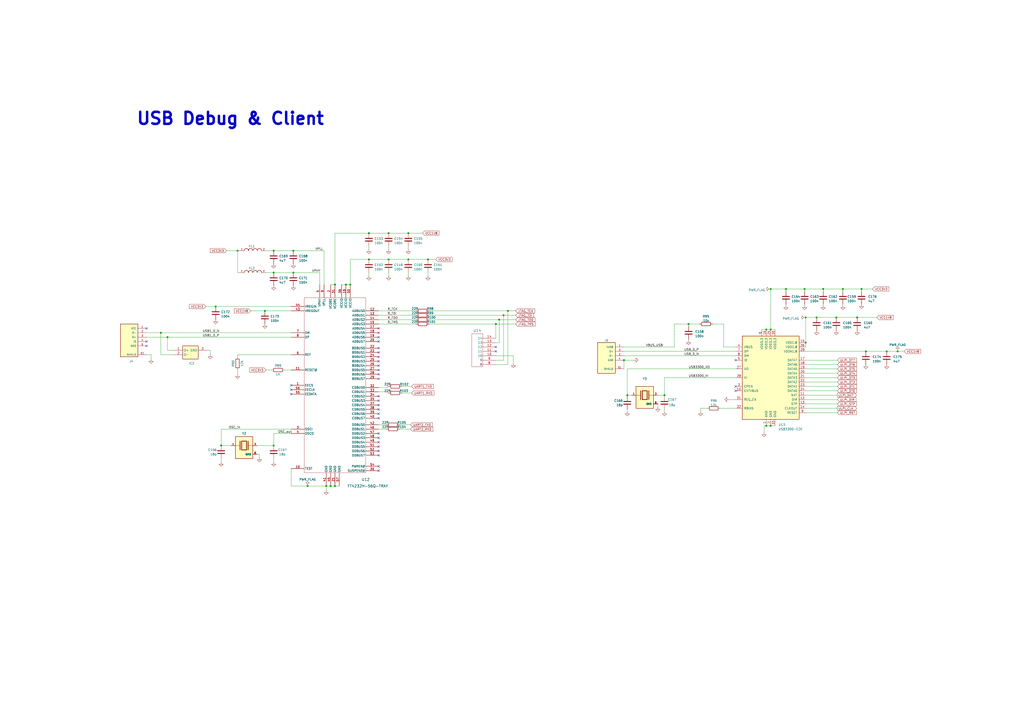
<source format=kicad_sch>
(kicad_sch (version 20230121) (generator eeschema)
  (paper "A2")
  (junction (at 467.36 184.15))
  (junction (at 194.31 281.94))
  (junction (at 97.155 195.58))
  (junction (at 502.285 203.835))
  (junction (at 203.2 165.1))
  (junction (at 287.655 187.96))
  (junction (at 178.435 281.94))
  (junction (at 488.95 167.64))
  (junction (at 213.995 150.495))
  (junction (at 520.7 203.835))
  (junction (at 499.745 167.64))
  (junction (at 158.75 145.415))
  (junction (at 213.995 135.255))
  (junction (at 170.18 145.415))
  (junction (at 225.425 135.255))
  (junction (at 289.56 185.42))
  (junction (at 137.795 145.415))
  (junction (at 467.36 198.755))
  (junction (at 447.04 247.015))
  (junction (at 455.93 167.64))
  (junction (at 194.31 165.1))
  (junction (at 158.75 258.445))
  (junction (at 447.04 167.64))
  (junction (at 444.5 191.135))
  (junction (at 158.75 158.115))
  (junction (at 128.27 258.445))
  (junction (at 292.1 182.88))
  (junction (at 153.67 180.34))
  (junction (at 170.18 158.115))
  (junction (at 385.445 229.235))
  (junction (at 477.52 167.64))
  (junction (at 200.66 165.1))
  (junction (at 93.345 193.04))
  (junction (at 444.5 247.015))
  (junction (at 466.725 167.64))
  (junction (at 236.855 150.495))
  (junction (at 125.095 177.8))
  (junction (at 363.855 229.235))
  (junction (at 248.285 150.495))
  (junction (at 473.71 184.15))
  (junction (at 399.415 187.96))
  (junction (at 294.64 180.34))
  (junction (at 236.855 135.255))
  (junction (at 514.35 203.835))
  (junction (at 485.14 184.15))
  (junction (at 497.205 184.15))
  (junction (at 225.425 150.495))
  (junction (at 447.04 191.135))
  (junction (at 191.77 281.94))
  (junction (at 361.95 208.915))
  (junction (at 189.23 281.94))
  (no_connect (at 219.71 207.01))
  (no_connect (at 219.71 229.87))
  (no_connect (at 287.655 203.835))
  (no_connect (at 219.71 217.17))
  (no_connect (at 219.71 195.58))
  (no_connect (at 219.71 261.62))
  (no_connect (at 219.71 240.03))
  (no_connect (at 168.91 226.06))
  (no_connect (at 219.71 259.08))
  (no_connect (at 219.71 234.95))
  (no_connect (at 219.71 273.05))
  (no_connect (at 426.72 226.695))
  (no_connect (at 85.09 198.12))
  (no_connect (at 219.71 237.49))
  (no_connect (at 85.09 190.5))
  (no_connect (at 426.72 208.915))
  (no_connect (at 219.71 219.71))
  (no_connect (at 426.72 224.155))
  (no_connect (at 219.71 232.41))
  (no_connect (at 168.91 228.6))
  (no_connect (at 219.71 256.54))
  (no_connect (at 219.71 270.51))
  (no_connect (at 219.71 214.63))
  (no_connect (at 168.91 223.52))
  (no_connect (at 219.71 242.57))
  (no_connect (at 219.71 264.16))
  (no_connect (at 219.71 198.12))
  (no_connect (at 219.71 201.93))
  (no_connect (at 219.71 204.47))
  (no_connect (at 219.71 209.55))
  (no_connect (at 287.655 201.295))
  (no_connect (at 85.09 200.66))
  (no_connect (at 219.71 193.04))
  (no_connect (at 219.71 190.5))
  (no_connect (at 219.71 212.09))
  (no_connect (at 219.71 254))
  (no_connect (at 219.71 251.46))
  (wire (pts (xy 467.36 234.315) (xy 485.775 234.315)))
  (wire (pts (xy 466.725 167.64) (xy 455.93 167.64)))
  (wire (pts (xy 363.855 213.995) (xy 363.855 229.235)))
  (wire (pts (xy 467.36 229.235) (xy 485.775 229.235)))
  (wire (pts (xy 185.42 158.115) (xy 185.42 165.1)))
  (wire (pts (xy 137.795 145.415) (xy 137.795 158.115)))
  (wire (pts (xy 236.855 135.255) (xy 245.11 135.255)))
  (wire (pts (xy 444.5 247.015) (xy 447.04 247.015)))
  (wire (pts (xy 477.52 167.64) (xy 488.95 167.64)))
  (wire (pts (xy 231.775 248.92) (xy 238.125 248.92)))
  (wire (pts (xy 488.95 168.91) (xy 488.95 167.64)))
  (wire (pts (xy 385.445 219.075) (xy 426.72 219.075)))
  (wire (pts (xy 165.1 214.63) (xy 168.91 214.63)))
  (wire (pts (xy 219.71 248.92) (xy 224.155 248.92)))
  (wire (pts (xy 189.23 281.94) (xy 189.23 284.48)))
  (wire (pts (xy 158.75 266.065) (xy 158.75 267.97)))
  (wire (pts (xy 121.92 205.74) (xy 121.92 203.2)))
  (wire (pts (xy 467.36 208.915) (xy 485.775 208.915)))
  (wire (pts (xy 287.655 187.96) (xy 299.085 187.96)))
  (wire (pts (xy 406.4 236.855) (xy 410.21 236.855)))
  (wire (pts (xy 224.79 227.33) (xy 219.71 227.33)))
  (wire (pts (xy 158.75 251.46) (xy 168.91 251.46)))
  (wire (pts (xy 219.71 182.88) (xy 241.3 182.88)))
  (wire (pts (xy 145.415 180.34) (xy 153.67 180.34)))
  (wire (pts (xy 361.95 203.835) (xy 426.72 203.835)))
  (wire (pts (xy 391.16 201.295) (xy 391.16 187.96)))
  (wire (pts (xy 198.12 165.1) (xy 200.66 165.1)))
  (wire (pts (xy 467.36 239.395) (xy 485.775 239.395)))
  (wire (pts (xy 391.16 187.96) (xy 399.415 187.96)))
  (wire (pts (xy 287.655 208.915) (xy 292.1 208.915)))
  (wire (pts (xy 466.725 176.53) (xy 466.725 177.165)))
  (wire (pts (xy 441.96 191.135) (xy 444.5 191.135)))
  (wire (pts (xy 191.77 281.94) (xy 194.31 281.94)))
  (wire (pts (xy 287.655 211.455) (xy 294.64 211.455)))
  (wire (pts (xy 292.1 182.88) (xy 299.085 182.88)))
  (wire (pts (xy 119.38 177.8) (xy 125.095 177.8)))
  (wire (pts (xy 231.775 246.38) (xy 238.125 246.38)))
  (wire (pts (xy 219.71 246.38) (xy 224.155 246.38)))
  (wire (pts (xy 467.36 203.835) (xy 502.285 203.835)))
  (wire (pts (xy 361.95 206.375) (xy 426.72 206.375)))
  (wire (pts (xy 203.2 150.495) (xy 203.2 165.1)))
  (wire (pts (xy 467.36 216.535) (xy 485.775 216.535)))
  (wire (pts (xy 499.745 167.64) (xy 506.095 167.64)))
  (wire (pts (xy 413.385 187.96) (xy 419.735 187.96)))
  (wire (pts (xy 363.855 229.87) (xy 363.855 229.235)))
  (wire (pts (xy 447.04 167.64) (xy 455.93 167.64)))
  (wire (pts (xy 85.09 195.58) (xy 97.155 195.58)))
  (wire (pts (xy 153.67 180.34) (xy 168.91 180.34)))
  (wire (pts (xy 385.445 238.76) (xy 385.445 237.49)))
  (wire (pts (xy 467.36 224.155) (xy 485.775 224.155)))
  (wire (pts (xy 361.95 208.915) (xy 361.95 213.995)))
  (wire (pts (xy 225.425 150.495) (xy 236.855 150.495)))
  (wire (pts (xy 399.415 187.96) (xy 405.765 187.96)))
  (wire (pts (xy 200.66 165.1) (xy 203.2 165.1)))
  (wire (pts (xy 213.995 142.875) (xy 213.995 144.78)))
  (wire (pts (xy 467.36 226.695) (xy 485.775 226.695)))
  (wire (pts (xy 213.995 135.255) (xy 225.425 135.255)))
  (wire (pts (xy 137.795 158.115) (xy 139.065 158.115)))
  (wire (pts (xy 467.36 184.15) (xy 473.71 184.15)))
  (wire (pts (xy 236.855 158.115) (xy 236.855 160.02)))
  (wire (pts (xy 520.7 203.835) (xy 514.35 203.835)))
  (wire (pts (xy 488.95 176.53) (xy 488.95 177.165)))
  (wire (pts (xy 125.095 177.8) (xy 168.91 177.8)))
  (wire (pts (xy 477.52 167.64) (xy 466.725 167.64)))
  (wire (pts (xy 128.27 266.065) (xy 128.27 267.97)))
  (wire (pts (xy 224.79 224.79) (xy 219.71 224.79)))
  (wire (pts (xy 447.04 191.135) (xy 449.58 191.135)))
  (wire (pts (xy 287.655 187.96) (xy 287.655 196.215)))
  (wire (pts (xy 248.92 185.42) (xy 289.56 185.42)))
  (wire (pts (xy 154.305 214.63) (xy 157.48 214.63)))
  (wire (pts (xy 248.285 158.115) (xy 248.285 160.02)))
  (wire (pts (xy 93.345 205.74) (xy 93.345 193.04)))
  (wire (pts (xy 292.1 208.915) (xy 292.1 182.88)))
  (wire (pts (xy 194.31 281.94) (xy 196.85 281.94)))
  (wire (pts (xy 93.345 193.04) (xy 168.91 193.04)))
  (wire (pts (xy 85.09 193.04) (xy 93.345 193.04)))
  (wire (pts (xy 502.285 203.835) (xy 514.35 203.835)))
  (wire (pts (xy 297.815 210.82) (xy 297.815 206.375)))
  (wire (pts (xy 85.09 205.74) (xy 87.63 205.74)))
  (wire (pts (xy 100.965 205.74) (xy 93.345 205.74)))
  (wire (pts (xy 289.56 198.755) (xy 289.56 185.42)))
  (wire (pts (xy 289.56 185.42) (xy 299.085 185.42)))
  (wire (pts (xy 213.995 150.495) (xy 225.425 150.495)))
  (wire (pts (xy 225.425 142.875) (xy 225.425 144.78)))
  (wire (pts (xy 467.36 184.15) (xy 467.36 198.755)))
  (wire (pts (xy 466.725 167.64) (xy 466.725 168.91)))
  (wire (pts (xy 477.52 168.91) (xy 477.52 167.64)))
  (wire (pts (xy 170.18 158.115) (xy 185.42 158.115)))
  (wire (pts (xy 361.95 208.915) (xy 367.665 208.915)))
  (wire (pts (xy 194.31 165.1) (xy 194.31 135.255)))
  (wire (pts (xy 149.225 263.525) (xy 150.495 263.525)))
  (wire (pts (xy 399.415 189.23) (xy 399.415 187.96)))
  (wire (pts (xy 154.305 145.415) (xy 158.75 145.415)))
  (wire (pts (xy 499.745 167.64) (xy 499.745 168.91)))
  (wire (pts (xy 158.75 145.415) (xy 170.18 145.415)))
  (wire (pts (xy 467.36 213.995) (xy 485.775 213.995)))
  (wire (pts (xy 419.735 201.295) (xy 426.72 201.295)))
  (wire (pts (xy 225.425 135.255) (xy 236.855 135.255)))
  (wire (pts (xy 224.79 224.155) (xy 224.79 224.79)))
  (wire (pts (xy 219.71 187.96) (xy 241.3 187.96)))
  (wire (pts (xy 189.23 281.94) (xy 191.77 281.94)))
  (wire (pts (xy 224.79 227.965) (xy 225.425 227.965)))
  (wire (pts (xy 158.75 158.115) (xy 170.18 158.115)))
  (wire (pts (xy 224.79 224.155) (xy 225.425 224.155)))
  (wire (pts (xy 121.92 203.2) (xy 120.015 203.2)))
  (wire (pts (xy 137.795 145.415) (xy 139.065 145.415)))
  (wire (pts (xy 233.045 224.155) (xy 238.76 224.155)))
  (wire (pts (xy 385.445 219.075) (xy 385.445 229.235)))
  (wire (pts (xy 97.155 195.58) (xy 168.91 195.58)))
  (wire (pts (xy 287.655 198.755) (xy 289.56 198.755)))
  (wire (pts (xy 158.75 258.445) (xy 158.75 251.46)))
  (wire (pts (xy 524.51 203.835) (xy 520.7 203.835)))
  (wire (pts (xy 455.93 167.64) (xy 455.93 168.91)))
  (wire (pts (xy 248.92 182.88) (xy 292.1 182.88)))
  (wire (pts (xy 363.855 213.995) (xy 426.72 213.995)))
  (wire (pts (xy 399.415 196.85) (xy 399.415 197.485)))
  (wire (pts (xy 236.855 150.495) (xy 248.285 150.495)))
  (wire (pts (xy 100.965 203.2) (xy 97.155 203.2)))
  (wire (pts (xy 455.93 176.53) (xy 455.93 177.165)))
  (wire (pts (xy 248.92 187.96) (xy 287.655 187.96)))
  (wire (pts (xy 363.855 229.235) (xy 366.395 229.235)))
  (wire (pts (xy 170.18 145.415) (xy 187.96 145.415)))
  (wire (pts (xy 467.36 231.775) (xy 485.775 231.775)))
  (wire (pts (xy 467.36 211.455) (xy 485.775 211.455)))
  (wire (pts (xy 248.92 180.34) (xy 294.64 180.34)))
  (wire (pts (xy 447.04 167.64) (xy 447.04 191.135)))
  (wire (pts (xy 236.855 142.875) (xy 236.855 144.78)))
  (wire (pts (xy 213.995 150.495) (xy 203.2 150.495)))
  (wire (pts (xy 508.635 184.15) (xy 497.205 184.15)))
  (wire (pts (xy 381.635 236.22) (xy 381.635 234.315)))
  (wire (pts (xy 87.63 205.74) (xy 87.63 208.28)))
  (wire (pts (xy 385.445 229.235) (xy 381.635 229.235)))
  (wire (pts (xy 447.04 247.015) (xy 449.58 247.015)))
  (wire (pts (xy 97.155 203.2) (xy 97.155 195.58)))
  (wire (pts (xy 191.77 165.1) (xy 194.31 165.1)))
  (wire (pts (xy 363.855 238.76) (xy 363.855 237.49)))
  (wire (pts (xy 294.64 211.455) (xy 294.64 180.34)))
  (wire (pts (xy 131.445 145.415) (xy 137.795 145.415)))
  (wire (pts (xy 128.27 258.445) (xy 128.27 248.92)))
  (wire (pts (xy 187.96 145.415) (xy 187.96 165.1)))
  (wire (pts (xy 168.91 281.94) (xy 178.435 281.94)))
  (wire (pts (xy 219.71 185.42) (xy 241.3 185.42)))
  (wire (pts (xy 488.95 167.64) (xy 499.745 167.64)))
  (wire (pts (xy 219.71 180.34) (xy 241.3 180.34)))
  (wire (pts (xy 128.27 258.445) (xy 133.985 258.445)))
  (wire (pts (xy 150.495 263.525) (xy 150.495 265.43)))
  (wire (pts (xy 137.795 214.63) (xy 137.795 217.17)))
  (wire (pts (xy 467.36 221.615) (xy 485.775 221.615)))
  (wire (pts (xy 168.91 205.74) (xy 137.795 205.74)))
  (wire (pts (xy 467.36 236.855) (xy 485.775 236.855)))
  (wire (pts (xy 168.91 271.78) (xy 168.91 281.94)))
  (wire (pts (xy 477.52 176.53) (xy 477.52 177.165)))
  (wire (pts (xy 417.83 236.855) (xy 426.72 236.855)))
  (wire (pts (xy 213.995 158.115) (xy 213.995 160.02)))
  (wire (pts (xy 224.79 227.965) (xy 224.79 227.33)))
  (wire (pts (xy 149.225 258.445) (xy 158.75 258.445)))
  (wire (pts (xy 467.36 198.755) (xy 467.36 201.295)))
  (wire (pts (xy 225.425 158.115) (xy 225.425 160.02)))
  (wire (pts (xy 297.815 206.375) (xy 287.655 206.375)))
  (wire (pts (xy 194.31 135.255) (xy 213.995 135.255)))
  (wire (pts (xy 137.795 205.74) (xy 137.795 207.01)))
  (wire (pts (xy 361.95 201.295) (xy 391.16 201.295)))
  (wire (pts (xy 419.735 187.96) (xy 419.735 201.295)))
  (wire (pts (xy 443.23 250.825) (xy 443.23 247.015)))
  (wire (pts (xy 178.435 281.94) (xy 189.23 281.94)))
  (wire (pts (xy 473.71 184.15) (xy 485.14 184.15)))
  (wire (pts (xy 154.305 158.115) (xy 158.75 158.115)))
  (wire (pts (xy 294.64 180.34) (xy 299.085 180.34)))
  (wire (pts (xy 233.045 227.965) (xy 238.76 227.965)))
  (wire (pts (xy 467.36 219.075) (xy 485.775 219.075)))
  (wire (pts (xy 128.27 248.92) (xy 168.91 248.92)))
  (wire (pts (xy 406.4 238.76) (xy 406.4 236.855)))
  (wire (pts (xy 444.5 191.135) (xy 447.04 191.135)))
  (wire (pts (xy 426.72 231.775) (xy 422.91 231.775)))
  (wire (pts (xy 485.14 184.15) (xy 497.205 184.15)))
  (wire (pts (xy 443.23 247.015) (xy 444.5 247.015)))
  (wire (pts (xy 248.285 150.495) (xy 252.73 150.495)))
  (wire (pts (xy 385.445 229.87) (xy 385.445 229.235)))
  (text "USB Debug & Client\n" (at 78.74 73.025 0) (effects (font (size 7 7) (thickness 1.4) bold) (justify left bottom)))
  (label "R_TMS" (at 224.79 187.96 0))
  (label "USB_D_P" (at 396.875 203.835 0))
  (label "R_TCK" (at 224.79 180.34 0))
  (label "USB1_D_P" (at 117.475 195.58 0))
  (label "USB_D_N" (at 396.875 206.375 0))
  (label "OSC_in" (at 132.715 248.92 0))
  (label "OSC_out" (at 161.29 251.46 0))
  (label "USB3300_XI" (at 399.415 219.075 0))
  (label "VPLL" (at 182.88 145.415 0))
  (label "VBUS_USB" (at 374.65 201.295 0))
  (label "VPHY" (at 180.975 158.115 0))
  (label "USB3300_XO" (at 399.415 213.995 0))
  (label "R_TDO" (at 224.79 185.42 0))
  (label "USB1_D_N" (at 117.475 193.04 0))
  (label "R_TDI" (at 224.79 182.88 0))
  (global_label "VCC3V3" (shape input) (at 506.095 167.64 0) (property "Intersheetrefs" "${INTERSHEET_REFS}" (effects hide)))
  (global_label "JTAG_TMS" (shape input) (at 299.085 187.96 0) (property "Intersheetrefs" "${INTERSHEET_REFS}" (effects hide)))
  (global_label "ULPI_DT0" (shape input) (at 485.775 226.695 0) (property "Intersheetrefs" "${INTERSHEET_REFS}" (effects hide)))
  (global_label "VCC3V3" (shape input) (at 119.38 177.8 180) (property "Intersheetrefs" "${INTERSHEET_REFS}" (effects hide)))
  (global_label "JTAG_TDO" (shape input) (at 299.085 185.42 0) (property "Intersheetrefs" "${INTERSHEET_REFS}" (effects hide)))
  (global_label "ULPI_DT3" (shape input) (at 485.775 219.075 0) (property "Intersheetrefs" "${INTERSHEET_REFS}" (effects hide)))
  (global_label "ULPI_DT2" (shape input) (at 485.775 221.615 0) (property "Intersheetrefs" "${INTERSHEET_REFS}" (effects hide)))
  (global_label "ULPI_NXT" (shape output) (at 485.775 229.235 0) (property "Intersheetrefs" "${INTERSHEET_REFS}" (effects hide)))
  (global_label "VCC3V3" (shape input) (at 154.305 214.63 180) (property "Intersheetrefs" "${INTERSHEET_REFS}" (effects hide)))
  (global_label "ULPI_DT7" (shape input) (at 485.775 208.915 0) (property "Intersheetrefs" "${INTERSHEET_REFS}" (effects hide)))
  (global_label "UART2_RXD" (shape input) (at 238.125 248.92 0) (property "Intersheetrefs" "${INTERSHEET_REFS}" (effects hide)))
  (global_label "ULPI_RST" (shape input) (at 485.775 239.395 0) (property "Intersheetrefs" "${INTERSHEET_REFS}" (effects hide)))
  (global_label "VCC3V3" (shape input) (at 131.445 145.415 180) (property "Intersheetrefs" "${INTERSHEET_REFS}" (effects hide)))
  (global_label "UART1_RXD" (shape input) (at 238.76 227.965 0) (property "Intersheetrefs" "${INTERSHEET_REFS}" (effects hide)))
  (global_label "ULPI_DT5" (shape input) (at 485.775 213.995 0) (property "Intersheetrefs" "${INTERSHEET_REFS}" (effects hide)))
  (global_label "JTAG_TCK" (shape input) (at 299.085 180.34 0) (property "Intersheetrefs" "${INTERSHEET_REFS}" (effects hide)))
  (global_label "JTAG_TDI" (shape input) (at 299.085 182.88 0) (property "Intersheetrefs" "${INTERSHEET_REFS}" (effects hide)))
  (global_label "ULPI_DT6" (shape input) (at 485.775 211.455 0) (property "Intersheetrefs" "${INTERSHEET_REFS}" (effects hide)))
  (global_label "VCC1V8" (shape input) (at 145.415 180.34 180) (property "Intersheetrefs" "${INTERSHEET_REFS}" (effects hide)))
  (global_label "VCC1V8" (shape input) (at 245.11 135.255 0) (property "Intersheetrefs" "${INTERSHEET_REFS}" (effects hide)))
  (global_label "ULPI_DT4" (shape input) (at 485.775 216.535 0) (property "Intersheetrefs" "${INTERSHEET_REFS}" (effects hide)))
  (global_label "UART2_TXD" (shape input) (at 238.125 246.38 0) (property "Intersheetrefs" "${INTERSHEET_REFS}" (effects hide)))
  (global_label "ULPI_CLK" (shape output) (at 485.775 236.855 0) (property "Intersheetrefs" "${INTERSHEET_REFS}" (effects hide)))
  (global_label "UART1_TXD" (shape input) (at 238.76 224.155 0) (property "Intersheetrefs" "${INTERSHEET_REFS}" (effects hide)))
  (global_label "VCC3V3" (shape input) (at 252.73 150.495 0) (property "Intersheetrefs" "${INTERSHEET_REFS}" (effects hide)))
  (global_label "ULPI_DIR" (shape input) (at 485.775 231.775 0) (property "Intersheetrefs" "${INTERSHEET_REFS}" (effects hide)))
  (global_label "ULPI_DT1" (shape input) (at 485.775 224.155 0) (property "Intersheetrefs" "${INTERSHEET_REFS}" (effects hide)))
  (global_label "VCC1V8" (shape input) (at 524.51 203.835 0) (property "Intersheetrefs" "${INTERSHEET_REFS}" (effects hide)))
  (global_label "VCC1V8" (shape input) (at 508.635 184.15 0) (property "Intersheetrefs" "${INTERSHEET_REFS}" (effects hide)))
  (global_label "ULPI_STP" (shape input) (at 485.775 234.315 0) (property "Intersheetrefs" "${INTERSHEET_REFS}" (effects hide)))
  (symbol (lib_id "Device:C") (at 153.67 184.15 0) (unit 1)
    (property "Reference" "C173" (at 156.845 183.515 0) (effects (justify left)))
    (property "Value" "100n" (at 156.845 186.055 0) (effects (justify left)))
    (property "Footprint" "GRM155R71C104KA88J:G-155_MUR" (effects hide))
  )
  (symbol (lib_id "Device:R") (at 229.235 224.155 90) (unit 1)
    (property "Reference" "R102" (at 234.4782 222.885 90))
    (property "Value" "22R" (at 224.79 222.885 90))
    (property "Footprint" "RC0402FR_0722RL:RC0402N_YAG" (effects hide))
  )
  (symbol (lib_id "Device:R") (at 227.965 246.38 90) (unit 1)
    (property "Reference" "R105" (at 233.045 245.11 90))
    (property "Value" "22R" (at 223.52 245.11 90))
    (property "Footprint" "RC0402FR_0722RL:RC0402N_YAG" (effects hide))
  )
  (symbol (lib_id "2024-06-16_17-37-40:FT4232H-56Q-TRAY") (at 168.91 177.8 0) (unit 1)
    (property "Reference" "U12" (at 212.09 278.13 0) (effects (font (size 1.524 1.524))))
    (property "Value" "FT4232H-56Q-TRAY" (at 213.36 281.94 0) (effects (font (size 1.524 1.524))))
    (property "Footprint" "FT4232H-56Q-TRAY:VQFN56_FTD" (effects hide))
    (property "Datasheet" "FT4232H-56Q-TRAY" (effects hide))
  )
  (symbol (lib_id "power:GND") (at 399.415 197.485 0) (mirror y) (unit 1)
    (property "Reference" "#PWR042" (effects hide))
    (property "Value" "GND" (effects hide))
    (instances (project "FPGA_dev_board" (path "" (reference "#PWR042") (unit 1)) (path "" (reference "#PWR050") (unit 1)) (path "" (reference "#PWR056") (unit 1)) (path "" (reference "#PWR0121") (unit 1))))
  )
  (symbol (lib_id "power:GND") (at 213.995 160.02 0) (mirror y) (unit 1)
    (property "Reference" "#PWR042" (effects hide))
    (property "Value" "GND" (effects hide))
    (instances (project "FPGA_dev_board" (path "" (reference "#PWR042") (unit 1)) (path "" (reference "#PWR050") (unit 1)) (path "" (reference "#PWR056") (unit 1)) (path "" (reference "#PWR0104") (unit 1))))
  )
  (symbol (lib_id "Device:R") (at 409.575 187.96 90) (unit 1)
    (property "Reference" "R95" (at 409.575 183.515 90))
    (property "Value" "10k" (at 409.575 186.055 90))
    (property "Footprint" "CR0402-FX-1002GLF:RESC1005X40N" (effects hide))
  )
  (symbol (lib_id "power:GND") (at 406.4 238.76 0) (mirror y) (unit 1)
    (property "Reference" "#PWR042" (effects hide))
    (property "Value" "GND" (effects hide))
    (instances (project "FPGA_dev_board" (path "" (reference "#PWR042") (unit 1)) (path "" (reference "#PWR050") (unit 1)) (path "" (reference "#PWR056") (unit 1)) (path "" (reference "#PWR0130") (unit 1))))
  )
  (symbol (lib_id "power:GND") (at 170.18 165.735 0) (mirror y) (unit 1)
    (property "Reference" "#PWR042" (effects hide))
    (property "Value" "GND" (effects hide))
    (instances (project "FPGA_dev_board" (path "" (reference "#PWR042") (unit 1)) (path "" (reference "#PWR050") (unit 1)) (path "" (reference "#PWR056") (unit 1)) (path "" (reference "#PWR0138") (unit 1))))
  )
  (symbol (lib_id "Device:C") (at 473.71 187.96 0) (unit 1)
    (property "Reference" "C161" (at 477.52 187.325 0) (effects (justify left)))
    (property "Value" "100n" (at 477.52 189.865 0) (effects (justify left)))
    (property "Footprint" "GRM155R71C104KA88J:G-155_MUR" (effects hide))
  )
  (symbol (lib_id "power:GND") (at 381.635 236.22 0) (mirror y) (unit 1)
    (property "Reference" "#PWR042" (effects hide))
    (property "Value" "GND" (effects hide))
    (instances (project "FPGA_dev_board" (path "" (reference "#PWR042") (unit 1)) (path "" (reference "#PWR050") (unit 1)) (path "" (reference "#PWR056") (unit 1)) (path "" (reference "#PWR0132") (unit 1))))
  )
  (symbol (lib_id "Device:C") (at 499.745 172.72 0) (unit 1)
    (property "Reference" "C176" (at 503.555 172.085 0) (effects (justify left)))
    (property "Value" "4u7" (at 503.555 174.625 0) (effects (justify left)))
    (property "Footprint" "GRM21BR71A475KE51L:CAPC2012X140N" (effects hide))
  )
  (symbol (lib_id "BLM15AG601SN1D:BLM15AG601SN1D") (at 154.305 158.115 0) (unit 1)
    (property "Reference" "FL2" (at 146.05 155.575 0))
    (property "Value" "BLM15AG601SN1D" (effects hide))
    (property "Footprint" "BLM15AG601SN1D:BEADC1005X55N" (effects hide))
    (property "MF" "Murata" (effects hide))
    (property "Description" "\n600 Ohms @ 100 MHz 1 - Ferrite Bead 0402 (1005 Metric) 300mA 520mOhm\n" (effects hide))
    (property "Package" "1005 Taiyo Yuden" (effects hide))
    (property "Price" "None" (effects hide))
    (property "SnapEDA_Link" "https://www.snapeda.com/parts/BLM15AG601SN1D/Murata/view-part/?ref=snap" (effects hide))
    (property "MP" "BLM15AG601SN1D" (effects hide))
    (property "Purchase-URL" "https://www.snapeda.com/api/url_track_click_mouser/?unipart_id=12274&manufacturer=Murata&part_name=BLM15AG601SN1D&search_term=None" (effects hide))
    (property "Availability" "In Stock" (effects hide))
    (property "Check_prices" "https://www.snapeda.com/parts/BLM15AG601SN1D/Murata/view-part/?ref=eda" (effects hide))
  )
  (symbol (lib_id "Device:C") (at 399.415 193.04 0) (unit 1)
    (property "Reference" "C158" (at 403.225 192.405 0) (effects (justify left)))
    (property "Value" "100n" (at 403.225 194.945 0) (effects (justify left)))
    (property "Footprint" "GRM155R71C104KA88J:G-155_MUR" (effects hide))
  )
  (symbol (lib_id "Device:C") (at 497.205 187.96 0) (unit 1)
    (property "Reference" "C160" (at 501.015 187.325 0) (effects (justify left)))
    (property "Value" "4u7" (at 501.015 189.865 0) (effects (justify left)))
    (property "Footprint" "GRM21BR71A475KE51L:CAPC2012X140N" (effects hide))
  )
  (symbol (lib_id "Device:C") (at 225.425 139.065 0) (unit 1)
    (property "Reference" "C154" (at 228.6 138.43 0) (effects (justify left)))
    (property "Value" "100n" (at 228.6 140.97 0) (effects (justify left)))
    (property "Footprint" "GRM155R71C104KA88J:G-155_MUR" (effects hide))
  )
  (symbol (lib_id "power:GND") (at 497.205 191.77 0) (mirror y) (unit 1)
    (property "Reference" "#PWR042" (effects hide))
    (property "Value" "GND" (effects hide))
    (instances (project "FPGA_dev_board" (path "" (reference "#PWR042") (unit 1)) (path "" (reference "#PWR050") (unit 1)) (path "" (reference "#PWR056") (unit 1)) (path "" (reference "#PWR0123") (unit 1))))
  )
  (symbol (lib_id "power:GND") (at 158.75 165.735 0) (mirror y) (unit 1)
    (property "Reference" "#PWR042" (effects hide))
    (property "Value" "GND" (effects hide))
    (instances (project "FPGA_dev_board" (path "" (reference "#PWR042") (unit 1)) (path "" (reference "#PWR050") (unit 1)) (path "" (reference "#PWR056") (unit 1)) (path "" (reference "#PWR0137") (unit 1))))
  )
  (symbol (lib_id "power:GND") (at 137.795 217.17 0) (mirror y) (unit 1)
    (property "Reference" "#PWR042" (effects hide))
    (property "Value" "GND" (effects hide))
    (instances (project "FPGA_dev_board" (path "" (reference "#PWR042") (unit 1)) (path "" (reference "#PWR050") (unit 1)) (path "" (reference "#PWR056") (unit 1)) (path "" (reference "#PWR0112") (unit 1))))
  )
  (symbol (lib_id "power:GND") (at 466.725 177.165 0) (mirror y) (unit 1)
    (property "Reference" "#PWR042" (effects hide))
    (property "Value" "GND" (effects hide))
    (instances (project "FPGA_dev_board" (path "" (reference "#PWR042") (unit 1)) (path "" (reference "#PWR050") (unit 1)) (path "" (reference "#PWR056") (unit 1)) (path "" (reference "#PWR0126") (unit 1))))
  )
  (symbol (lib_id "power:GND") (at 422.91 231.775 270) (mirror x) (unit 1)
    (property "Reference" "#PWR042" (effects hide))
    (property "Value" "GND" (effects hide))
    (instances (project "FPGA_dev_board" (path "" (reference "#PWR042") (unit 1)) (path "" (reference "#PWR050") (unit 1)) (path "" (reference "#PWR056") (unit 1)) (path "" (reference "#PWR0129") (unit 1))))
  )
  (symbol (lib_id "ABM8-24.000MHZ-B2-T:ABM8-24.000MHZ-B2-T") (at 374.015 229.235 0) (unit 1)
    (property "Reference" "Y3" (at 374.015 219.71 0))
    (property "Value" "ABM8-24.000MHZ-B2-T" (effects hide))
    (property "Footprint" "ABM8-24.000MHZ-B2-T:XTAL_ABM8-24.000MHZ-B2-T" (effects hide))
    (property "MF" "Abracon" (effects hide))
    (property "MAXIMUM_PACKAGE_HEIGHT" "0.8 mm" (effects hide))
    (property "Package" "NON-STANDARD-4 ABRACON" (effects hide))
    (property "Price" "None" (effects hide))
    (property "Check_prices" "https://www.snapeda.com/parts/ABM8-24.000MHZ-B2-T/Abracon+LLC/view-part/?ref=eda" (effects hide))
    (property "STANDARD" "Manufacturer Recommendations" (effects hide))
    (property "PARTREV" "44041" (effects hide))
    (property "SnapEDA_Link" "https://www.snapeda.com/parts/ABM8-24.000MHZ-B2-T/Abracon+LLC/view-part/?ref=snap" (effects hide))
    (property "MP" "ABM8-24.000MHZ-B2-T" (effects hide))
    (property "Purchase-URL" "https://www.snapeda.com/api/url_track_click_mouser/?unipart_id=386743&manufacturer=Abracon&part_name=ABM8-24.000MHZ-B2-T&search_term=None" (effects hide))
    (property "Description" "\n24 MHz ±20ppm Crystal 18pF 50 Ohms 4-SMD, No Lead\n" (effects hide))
    (property "Availability" "In Stock" (effects hide))
    (property "MANUFACTURER" "Abracon" (effects hide))
  )
  (symbol (lib_id "power:GND") (at 488.95 177.165 0) (mirror y) (unit 1)
    (property "Reference" "#PWR042" (effects hide))
    (property "Value" "GND" (effects hide))
    (instances (project "FPGA_dev_board" (path "" (reference "#PWR042") (unit 1)) (path "" (reference "#PWR050") (unit 1)) (path "" (reference "#PWR056") (unit 1)) (path "" (reference "#PWR0122") (unit 1))))
  )
  (symbol (lib_id "Device:R") (at 245.11 182.88 90) (unit 1)
    (property "Reference" "R99" (at 249.555 181.61 90))
    (property "Value" "22R" (at 240.665 181.61 90))
    (property "Footprint" "RC0402FR_0722RL:RC0402N_YAG" (effects hide))
  )
  (symbol (lib_id "Device:C") (at 248.285 154.305 0) (unit 1)
    (property "Reference" "C151" (at 251.46 153.67 0) (effects (justify left)))
    (property "Value" "100n" (at 251.46 156.21 0) (effects (justify left)))
    (property "Footprint" "GRM155R71C104KA88J:G-155_MUR" (effects hide))
  )
  (symbol (lib_id "Device:C") (at 502.285 207.645 0) (unit 1)
    (property "Reference" "C174" (at 506.095 207.01 0) (effects (justify left)))
    (property "Value" "100n" (at 506.095 209.55 0) (effects (justify left)))
    (property "Footprint" "GRM155R71C104KA88J:G-155_MUR" (effects hide))
  )
  (symbol (lib_id "power:GND") (at 502.285 211.455 0) (mirror y) (unit 1)
    (property "Reference" "#PWR042" (effects hide))
    (property "Value" "GND" (effects hide))
    (instances (project "FPGA_dev_board" (path "" (reference "#PWR042") (unit 1)) (path "" (reference "#PWR050") (unit 1)) (path "" (reference "#PWR056") (unit 1)) (path "" (reference "#PWR0131") (unit 1))))
  )
  (symbol (lib_id "Device:C") (at 170.18 161.925 0) (unit 1)
    (property "Reference" "C171" (at 173.355 161.29 0) (effects (justify left)))
    (property "Value" "100n" (at 173.355 163.83 0) (effects (justify left)))
    (property "Footprint" "GRM155R71C104KA88J:G-155_MUR" (effects hide))
  )
  (symbol (lib_id "Device:R") (at 137.795 210.82 180) (unit 1)
    (property "Reference" "R90" (at 135.255 210.82 90))
    (property "Value" "12k" (at 140.335 210.82 90))
    (property "Footprint" "RC0402FR-0712KL:RESC1005X40N" (effects hide))
  )
  (symbol (lib_id "BLM15AG601SN1D:BLM15AG601SN1D") (at 154.305 145.415 0) (unit 1)
    (property "Reference" "FL1" (at 146.05 142.875 0))
    (property "Value" "BLM15AG601SN1D" (effects hide))
    (property "Footprint" "BLM15AG601SN1D:BEADC1005X55N" (effects hide))
    (property "MF" "Murata" (effects hide))
    (property "Description" "\n600 Ohms @ 100 MHz 1 - Ferrite Bead 0402 (1005 Metric) 300mA 520mOhm\n" (effects hide))
    (property "Package" "1005 Taiyo Yuden" (effects hide))
    (property "Price" "None" (effects hide))
    (property "SnapEDA_Link" "https://www.snapeda.com/parts/BLM15AG601SN1D/Murata/view-part/?ref=snap" (effects hide))
    (property "MP" "BLM15AG601SN1D" (effects hide))
    (property "Purchase-URL" "https://www.snapeda.com/api/url_track_click_mouser/?unipart_id=12274&manufacturer=Murata&part_name=BLM15AG601SN1D&search_term=None" (effects hide))
    (property "Availability" "In Stock" (effects hide))
    (property "Check_prices" "https://www.snapeda.com/parts/BLM15AG601SN1D/Murata/view-part/?ref=eda" (effects hide))
  )
  (symbol (lib_id "Device:C") (at 385.445 233.68 0) (unit 1)
    (property "Reference" "C167" (at 387.35 231.775 0) (effects (justify left)))
    (property "Value" "18p" (at 387.985 234.95 0) (effects (justify left)))
    (property "Footprint" "GRM1555C1H180FA01D:CAPC1005X55N" (effects hide))
  )
  (symbol (lib_id "power:GND") (at 514.35 211.455 0) (mirror y) (unit 1)
    (property "Reference" "#PWR042" (effects hide))
    (property "Value" "GND" (effects hide))
    (instances (project "FPGA_dev_board" (path "" (reference "#PWR042") (unit 1)) (path "" (reference "#PWR050") (unit 1)) (path "" (reference "#PWR056") (unit 1)) (path "" (reference "#PWR0141") (unit 1))))
  )
  (symbol (lib_id "Device:C") (at 455.93 172.72 0) (unit 1)
    (property "Reference" "C164" (at 459.105 172.085 0) (effects (justify left)))
    (property "Value" "100n" (at 459.105 174.625 0) (effects (justify left)))
    (property "Footprint" "GRM155R71C104KA88J:G-155_MUR" (effects hide))
  )
  (symbol (lib_id "power:GND") (at 236.855 144.78 0) (mirror y) (unit 1)
    (property "Reference" "#PWR042" (effects hide))
    (property "Value" "GND" (effects hide))
    (instances (project "FPGA_dev_board" (path "" (reference "#PWR042") (unit 1)) (path "" (reference "#PWR050") (unit 1)) (path "" (reference "#PWR056") (unit 1)) (path "" (reference "#PWR0110") (unit 1))))
  )
  (symbol (lib_id "power:PWR_FLAG") (at 447.04 167.64 90) (unit 1)
    (property "Reference" "#FLG011" (effects hide))
    (property "Value" "PWR_FLAG" (at 443.865 168.275 90) (effects (justify left)))
  )
  (symbol (lib_id "Device:C") (at 225.425 154.305 0) (unit 1)
    (property "Reference" "C149" (at 228.6 153.67 0) (effects (justify left)))
    (property "Value" "100n" (at 228.6 156.21 0) (effects (justify left)))
    (property "Footprint" "GRM155R71C104KA88J:G-155_MUR" (effects hide))
  )
  (symbol (lib_id "Device:C") (at 477.52 172.72 0) (unit 1)
    (property "Reference" "C162" (at 480.695 172.085 0) (effects (justify left)))
    (property "Value" "100n" (at 480.695 174.625 0) (effects (justify left)))
    (property "Footprint" "GRM155R71C104KA88J:G-155_MUR" (effects hide))
  )
  (symbol (lib_id "2024-06-16_20-40-31:SP3011-06UTG") (at 247.015 196.215 0) (unit 1)
    (property "Reference" "U14" (at 276.86 191.77 0) (effects (font (size 1.524 1.524))))
    (property "Value" "SP3011-06UTG" (effects hide))
    (property "Footprint" "SP3011_06UTG:SON14_SP3011-06UTG_LTF" (effects hide))
    (property "Datasheet" "SP3011-06UTG" (effects hide))
  )
  (symbol (lib_id "power:GND") (at 236.855 160.02 0) (mirror y) (unit 1)
    (property "Reference" "#PWR042" (effects hide))
    (property "Value" "GND" (effects hide))
    (instances (project "FPGA_dev_board" (path "" (reference "#PWR042") (unit 1)) (path "" (reference "#PWR050") (unit 1)) (path "" (reference "#PWR056") (unit 1)) (path "" (reference "#PWR0106") (unit 1))))
  )
  (symbol (lib_id "power:GND") (at 225.425 144.78 0) (mirror y) (unit 1)
    (property "Reference" "#PWR042" (effects hide))
    (property "Value" "GND" (effects hide))
    (instances (project "FPGA_dev_board" (path "" (reference "#PWR042") (unit 1)) (path "" (reference "#PWR050") (unit 1)) (path "" (reference "#PWR056") (unit 1)) (path "" (reference "#PWR0109") (unit 1))))
  )
  (symbol (lib_id "power:GND") (at 385.445 238.76 0) (mirror y) (unit 1)
    (property "Reference" "#PWR042" (effects hide))
    (property "Value" "GND" (effects hide))
    (instances (project "FPGA_dev_board" (path "" (reference "#PWR042") (unit 1)) (path "" (reference "#PWR050") (unit 1)) (path "" (reference "#PWR056") (unit 1)) (path "" (reference "#PWR0133") (unit 1))))
  )
  (symbol (lib_id "power:PWR_FLAG") (at 467.36 184.15 90) (unit 1)
    (property "Reference" "#FLG010" (effects hide))
    (property "Value" "PWR_FLAG" (at 463.55 184.785 90) (effects (justify left)))
  )
  (symbol (lib_id "power:GND") (at 128.27 267.97 0) (mirror y) (unit 1)
    (property "Reference" "#PWR042" (effects hide))
    (property "Value" "GND" (effects hide))
    (instances (project "FPGA_dev_board" (path "" (reference "#PWR042") (unit 1)) (path "" (reference "#PWR050") (unit 1)) (path "" (reference "#PWR056") (unit 1)) (path "" (reference "#PWR0114") (unit 1))))
  )
  (symbol (lib_id "power:GND") (at 367.665 208.915 90) (mirror x) (unit 1)
    (property "Reference" "#PWR042" (effects hide))
    (property "Value" "GND" (effects hide))
    (instances (project "FPGA_dev_board" (path "" (reference "#PWR042") (unit 1)) (path "" (reference "#PWR050") (unit 1)) (path "" (reference "#PWR056") (unit 1)) (path "" (reference "#PWR0119") (unit 1))))
  )
  (symbol (lib_id "Device:C") (at 158.75 262.255 0) (unit 1)
    (property "Reference" "C157" (at 161.29 260.985 0) (effects (justify left)))
    (property "Value" "18p" (at 161.925 263.525 0) (effects (justify left)))
    (property "Footprint" "GRM1555C1H180FA01D:CAPC1005X55N" (effects hide))
  )
  (symbol (lib_id "power:PWR_FLAG") (at 520.7 203.835 0) (unit 1)
    (property "Reference" "#FLG012" (effects hide))
    (property "Value" "PWR_FLAG" (at 520.7 200.025 0))
  )
  (symbol (lib_id "10118192-0002LF:10118192-0002LF") (at 74.93 198.12 0) (unit 1)
    (property "Reference" "J4" (at 74.93 209.55 0) (effects (justify left)))
    (property "Value" "10118192-0002LF" (effects hide))
    (property "Footprint" "usb_b_micro:AMPHENOL_10118192-0002LF" (effects hide))
    (property "PARTREV" "B" (effects hide))
    (property "MANUFACTURER" "Amphenol" (effects hide))
    (property "MAXIMUM_PACKAGE_HEIGHT" "2.8mm" (effects hide))
    (property "STANDARD" "Manufacturer Recommendations" (effects hide))
  )
  (symbol (lib_id "Device:R") (at 245.11 180.34 90) (unit 1)
    (property "Reference" "R98" (at 249.555 179.07 90))
    (property "Value" "22R" (at 240.665 179.07 90))
    (property "Footprint" "RC0402FR_0722RL:RC0402N_YAG" (effects hide))
  )
  (symbol (lib_id "power:GND") (at 477.52 177.165 0) (mirror y) (unit 1)
    (property "Reference" "#PWR042" (effects hide))
    (property "Value" "GND" (effects hide))
    (instances (project "FPGA_dev_board" (path "" (reference "#PWR042") (unit 1)) (path "" (reference "#PWR050") (unit 1)) (path "" (reference "#PWR056") (unit 1)) (path "" (reference "#PWR0125") (unit 1))))
  )
  (symbol (lib_id "Device:C") (at 236.855 139.065 0) (unit 1)
    (property "Reference" "C155" (at 240.03 138.43 0) (effects (justify left)))
    (property "Value" "100n" (at 240.03 140.97 0) (effects (justify left)))
    (property "Footprint" "GRM155R71C104KA88J:G-155_MUR" (effects hide))
  )
  (symbol (lib_id "Device:R") (at 414.02 236.855 90) (unit 1)
    (property "Reference" "R96" (at 414.02 232.41 90))
    (property "Value" "12k" (at 414.02 234.95 90))
    (property "Footprint" "RC0402FR-0712KL:RESC1005X40N" (effects hide))
  )
  (symbol (lib_id "Device:C") (at 213.995 154.305 0) (unit 1)
    (property "Reference" "C152" (at 217.17 153.67 0) (effects (justify left)))
    (property "Value" "100n" (at 217.17 156.21 0) (effects (justify left)))
    (property "Footprint" "GRM155R71C104KA88J:G-155_MUR" (effects hide))
  )
  (symbol (lib_id "Device:C") (at 170.18 149.225 0) (unit 1)
    (property "Reference" "C168" (at 173.355 148.59 0) (effects (justify left)))
    (property "Value" "100n" (at 173.355 151.13 0) (effects (justify left)))
    (property "Footprint" "GRM155R71C104KA88J:G-155_MUR" (effects hide))
  )
  (symbol (lib_id "Device:C") (at 466.725 172.72 0) (unit 1)
    (property "Reference" "C163" (at 469.9 172.085 0) (effects (justify left)))
    (property "Value" "100n" (at 469.9 174.625 0) (effects (justify left)))
    (property "Footprint" "GRM155R71C104KA88J:G-155_MUR" (effects hide))
  )
  (symbol (lib_id "Device:C") (at 236.855 154.305 0) (unit 1)
    (property "Reference" "C150" (at 240.03 153.67 0) (effects (justify left)))
    (property "Value" "100n" (at 240.03 156.21 0) (effects (justify left)))
    (property "Footprint" "GRM155R71C104KA88J:G-155_MUR" (effects hide))
  )
  (symbol (lib_id "power:GND") (at 455.93 177.165 0) (mirror y) (unit 1)
    (property "Reference" "#PWR042" (effects hide))
    (property "Value" "GND" (effects hide))
    (instances (project "FPGA_dev_board" (path "" (reference "#PWR042") (unit 1)) (path "" (reference "#PWR050") (unit 1)) (path "" (reference "#PWR056") (unit 1)) (path "" (reference "#PWR0127") (unit 1))))
  )
  (symbol (lib_id "power:GND") (at 485.14 191.77 0) (mirror y) (unit 1)
    (property "Reference" "#PWR042" (effects hide))
    (property "Value" "GND" (effects hide))
    (instances (project "FPGA_dev_board" (path "" (reference "#PWR042") (unit 1)) (path "" (reference "#PWR050") (unit 1)) (path "" (reference "#PWR056") (unit 1)) (path "" (reference "#PWR0128") (unit 1))))
  )
  (symbol (lib_id "Device:C") (at 363.855 233.68 0) (unit 1)
    (property "Reference" "C166" (at 356.235 232.41 0) (effects (justify left)))
    (property "Value" "18p" (at 357.505 234.95 0) (effects (justify left)))
    (property "Footprint" "GRM1555C1H180FA01D:CAPC1005X55N" (effects hide))
  )
  (symbol (lib_id "power:GND") (at 158.75 153.035 0) (mirror y) (unit 1)
    (property "Reference" "#PWR042" (effects hide))
    (property "Value" "GND" (effects hide))
    (instances (project "FPGA_dev_board" (path "" (reference "#PWR042") (unit 1)) (path "" (reference "#PWR050") (unit 1)) (path "" (reference "#PWR056") (unit 1)) (path "" (reference "#PWR0136") (unit 1))))
  )
  (symbol (lib_id "Device:C") (at 514.35 207.645 0) (unit 1)
    (property "Reference" "C175" (at 518.16 207.01 0) (effects (justify left)))
    (property "Value" "4u7" (at 518.16 209.55 0) (effects (justify left)))
    (property "Footprint" "GRM21BR71A475KE51L:CAPC2012X140N" (effects hide))
  )
  (symbol (lib_id "Device:R") (at 229.235 227.965 90) (unit 1)
    (property "Reference" "R103" (at 234.315 226.695 90))
    (property "Value" "22R" (at 224.79 226.695 90))
    (property "Footprint" "RC0402FR_0722RL:RC0402N_YAG" (effects hide))
  )
  (symbol (lib_id "power:PWR_FLAG") (at 178.435 281.94 0) (unit 1)
    (property "Reference" "#FLG09" (effects hide))
    (property "Value" "PWR_FLAG" (at 178.435 278.13 0))
  )
  (symbol (lib_id "power:GND") (at 158.75 267.97 0) (mirror y) (unit 1)
    (property "Reference" "#PWR042" (effects hide))
    (property "Value" "GND" (effects hide))
    (instances (project "FPGA_dev_board" (path "" (reference "#PWR042") (unit 1)) (path "" (reference "#PWR050") (unit 1)) (path "" (reference "#PWR056") (unit 1)) (path "" (reference "#PWR0115") (unit 1))))
  )
  (symbol (lib_id "Device:C") (at 213.995 139.065 0) (unit 1)
    (property "Reference" "C153" (at 217.17 138.43 0) (effects (justify left)))
    (property "Value" "100n" (at 217.17 140.97 0) (effects (justify left)))
    (property "Footprint" "GRM155R71C104KA88J:G-155_MUR" (effects hide))
  )
  (symbol (lib_id "power:GND") (at 443.23 250.825 0) (mirror y) (unit 1)
    (property "Reference" "#PWR042" (effects hide))
    (property "Value" "GND" (effects hide))
    (instances (project "FPGA_dev_board" (path "" (reference "#PWR042") (unit 1)) (path "" (reference "#PWR050") (unit 1)) (path "" (reference "#PWR056") (unit 1)) (path "" (reference "#PWR0120") (unit 1))))
  )
  (symbol (lib_id "power:GND") (at 153.67 187.96 0) (mirror y) (unit 1)
    (property "Reference" "#PWR042" (effects hide))
    (property "Value" "GND" (effects hide))
    (instances (project "FPGA_dev_board" (path "" (reference "#PWR042") (unit 1)) (path "" (reference "#PWR050") (unit 1)) (path "" (reference "#PWR056") (unit 1)) (path "" (reference "#PWR0140") (unit 1))))
  )
  (symbol (lib_id "power:GND") (at 248.285 160.02 0) (mirror y) (unit 1)
    (property "Reference" "#PWR042" (effects hide))
    (property "Value" "GND" (effects hide))
    (instances (project "FPGA_dev_board" (path "" (reference "#PWR042") (unit 1)) (path "" (reference "#PWR050") (unit 1)) (path "" (reference "#PWR056") (unit 1)) (path "" (reference "#PWR0107") (unit 1))))
  )
  (symbol (lib_id "Device:C") (at 125.095 181.61 0) (unit 1)
    (property "Reference" "C172" (at 128.27 180.975 0) (effects (justify left)))
    (property "Value" "100n" (at 128.27 183.515 0) (effects (justify left)))
    (property "Footprint" "GRM155R71C104KA88J:G-155_MUR" (effects hide))
  )
  (symbol (lib_id "power:GND") (at 87.63 208.28 0) (mirror y) (unit 1)
    (property "Reference" "#PWR042" (effects hide))
    (property "Value" "GND" (effects hide))
    (instances (project "FPGA_dev_board" (path "" (reference "#PWR042") (unit 1)) (path "" (reference "#PWR050") (unit 1)) (path "" (reference "#PWR056") (unit 1)) (path "" (reference "#PWR0103") (unit 1))))
  )
  (symbol (lib_id "ABM8G-12.000MHZ-18-D2Y-T:ABM8G-12.000MHZ-18-D2Y-T") (at 141.605 258.445 0) (unit 1)
    (property "Reference" "Y2" (at 141.605 251.46 0))
    (property "Value" "ABM8G-12.000MHZ-18-D2Y-T" (effects hide))
    (property "Footprint" "ABM8G-12.000MHZ-18-D2Y-T:XTAL_ABM8G-12.000MHZ-18-D2Y-T" (effects hide))
    (property "MF" "Abracon" (effects hide))
    (property "MAXIMUM_PACKAGE_HEIGHT" "1.0 mm" (effects hide))
    (property "Package" "SMD-4 Abracon" (effects hide))
    (property "Price" "None" (effects hide))
    (property "Check_prices" "https://www.snapeda.com/parts/ABM8G-12.000MHZ-18-D2Y-T/Abracon+LLC/view-part/?ref=eda" (effects hide))
    (property "STANDARD" "Manufacturer Recommendations" (effects hide))
    (property "PARTREV" "08.13.15" (effects hide))
    (property "SnapEDA_Link" "https://www.snapeda.com/parts/ABM8G-12.000MHZ-18-D2Y-T/Abracon+LLC/view-part/?ref=snap" (effects hide))
    (property "MP" "ABM8G-12.000MHZ-18-D2Y-T" (effects hide))
    (property "Purchase-URL" "https://www.snapeda.com/api/url_track_click_mouser/?unipart_id=419259&manufacturer=Abracon&part_name=ABM8G-12.000MHZ-18-D2Y-T&search_term=None" (effects hide))
    (property "Description" "\n12 MHz ±20ppm Crystal 18pF 120 Ohms 4-SMD, No Lead\n" (effects hide))
    (property "Availability" "In Stock" (effects hide))
    (property "MANUFACTURER" "Abracon" (effects hide))
  )
  (symbol (lib_id "Device:R") (at 161.29 214.63 90) (unit 1)
    (property "Reference" "R89" (at 161.29 212.09 90))
    (property "Value" "1K" (at 161.29 217.17 90))
    (property "Footprint" "RC0603FR_071KL:RESC1607X60N" (effects hide))
  )
  (symbol (lib_id "power:GND") (at 213.995 144.78 0) (mirror y) (unit 1)
    (property "Reference" "#PWR042" (effects hide))
    (property "Value" "GND" (effects hide))
    (instances (project "FPGA_dev_board" (path "" (reference "#PWR042") (unit 1)) (path "" (reference "#PWR050") (unit 1)) (path "" (reference "#PWR056") (unit 1)) (path "" (reference "#PWR0108") (unit 1))))
  )
  (symbol (lib_id "Device:C") (at 158.75 161.925 0) (unit 1)
    (property "Reference" "C170" (at 161.925 161.29 0) (effects (justify left)))
    (property "Value" "4u7" (at 161.925 163.83 0) (effects (justify left)))
    (property "Footprint" "GRM21BR71A475KE51L:CAPC2012X140N" (effects hide))
  )
  (symbol (lib_id "power:GND") (at 499.745 176.53 0) (mirror y) (unit 1)
    (property "Reference" "#PWR042" (effects hide))
    (property "Value" "GND" (effects hide))
    (instances (project "FPGA_dev_board" (path "" (reference "#PWR042") (unit 1)) (path "" (reference "#PWR050") (unit 1)) (path "" (reference "#PWR056") (unit 1)) (path "" (reference "#PWR0142") (unit 1))))
  )
  (symbol (lib_id "power:GND") (at 150.495 265.43 0) (mirror y) (unit 1)
    (property "Reference" "#PWR042" (effects hide))
    (property "Value" "GND" (effects hide))
    (instances (project "FPGA_dev_board" (path "" (reference "#PWR042") (unit 1)) (path "" (reference "#PWR050") (unit 1)) (path "" (reference "#PWR056") (unit 1)) (path "" (reference "#PWR0113") (unit 1))))
  )
  (symbol (lib_id "power:GND") (at 170.18 153.035 0) (mirror y) (unit 1)
    (property "Reference" "#PWR042" (effects hide))
    (property "Value" "GND" (effects hide))
    (instances (project "FPGA_dev_board" (path "" (reference "#PWR042") (unit 1)) (path "" (reference "#PWR050") (unit 1)) (path "" (reference "#PWR056") (unit 1)) (path "" (reference "#PWR0135") (unit 1))))
  )
  (symbol (lib_id "power:GND") (at 363.855 238.76 0) (mirror y) (unit 1)
    (property "Reference" "#PWR042" (effects hide))
    (property "Value" "GND" (effects hide))
    (instances (project "FPGA_dev_board" (path "" (reference "#PWR042") (unit 1)) (path "" (reference "#PWR050") (unit 1)) (path "" (reference "#PWR056") (unit 1)) (path "" (reference "#PWR0134") (unit 1))))
  )
  (symbol (lib_id "power:GND") (at 297.815 210.82 0) (mirror y) (unit 1)
    (property "Reference" "#PWR042" (effects hide))
    (property "Value" "GND" (effects hide))
    (instances (project "FPGA_dev_board" (path "" (reference "#PWR042") (unit 1)) (path "" (reference "#PWR050") (unit 1)) (path "" (reference "#PWR056") (unit 1)) (path "" (reference "#PWR0117") (unit 1))))
  )
  (symbol (lib_id "power:GND") (at 189.23 284.48 0) (mirror y) (unit 1)
    (property "Reference" "#PWR042" (effects hide))
    (property "Value" "GND" (effects hide))
    (instances (project "FPGA_dev_board" (path "" (reference "#PWR042") (unit 1)) (path "" (reference "#PWR050") (unit 1)) (path "" (reference "#PWR056") (unit 1)) (path "" (reference "#PWR0111") (unit 1))))
  )
  (symbol (lib_id "power:GND") (at 473.71 191.77 0) (mirror y) (unit 1)
    (property "Reference" "#PWR042" (effects hide))
    (property "Value" "GND" (effects hide))
    (instances (project "FPGA_dev_board" (path "" (reference "#PWR042") (unit 1)) (path "" (reference "#PWR050") (unit 1)) (path "" (reference "#PWR056") (unit 1)) (path "" (reference "#PWR0124") (unit 1))))
  )
  (symbol (lib_id "Interface_USB:USB3300-EZK") (at 447.04 219.075 0) (unit 1)
    (property "Reference" "U13" (at 451.5359 246.38 0) (effects (justify left)))
    (property "Value" "USB3300-EZK" (at 451.5359 248.92 0) (effects (justify left)))
    (property "Footprint" "Package_DFN_QFN:QFN-32-1EP_5x5mm_P0.5mm_EP3.45x3.45mm" (effects hide))
    (property "Datasheet" "http://ww1.microchip.com/downloads/en/DeviceDoc/00001783C.pdf" (effects hide))
  )
  (symbol (lib_id "TPD2E009DBZR:TPD2E009DBZR") (at 100.965 203.2 0) (unit 1)
    (property "Reference" "IC2" (at 111.125 210.82 0))
    (property "Value" "TPD2E009DBZR" (effects hide))
    (property "Footprint" "TPD2E009DBZR:SOT95P237X112-3N" (effects hide))
    (property "Height" "1.12" (effects hide))
    (property "Mouser Part Number" "595-TPD2E009DBZR" (effects hide))
    (property "Mouser Price/Stock" "https://www.mouser.co.uk/ProductDetail/Texas-Instruments/TPD2E009DBZR?qs=XGzIaZb%2FFYIsL3UFh35JpQ%3D%3D" (effects hide))
    (property "Manufacturer_Name" "Texas Instruments" (effects hide))
    (property "Manufacturer_Part_Number" "TPD2E009DBZR" (effects hide))
  )
  (symbol (lib_id "Device:R") (at 245.11 185.42 90) (unit 1)
    (property "Reference" "R100" (at 250.19 184.15 90))
    (property "Value" "22R" (at 240.665 184.15 90))
    (property "Footprint" "RC0402FR_0722RL:RC0402N_YAG" (effects hide))
  )
  (symbol (lib_id "Device:R") (at 227.965 248.92 90) (unit 1)
    (property "Reference" "R104" (at 233.045 247.65 90))
    (property "Value" "22R" (at 223.52 247.65 90))
    (property "Footprint" "RC0402FR_0722RL:RC0402N_YAG" (effects hide))
  )
  (symbol (lib_id "Device:R") (at 245.11 187.96 90) (unit 1)
    (property "Reference" "R101" (at 250.19 186.69 90))
    (property "Value" "22R" (at 240.665 186.69 90))
    (property "Footprint" "RC0402FR_0722RL:RC0402N_YAG" (effects hide))
  )
  (symbol (lib_id "Device:C") (at 128.27 262.255 0) (unit 1)
    (property "Reference" "C156" (at 120.65 260.985 0) (effects (justify left)))
    (property "Value" "18p" (at 121.92 263.525 0) (effects (justify left)))
    (property "Footprint" "GRM1555C1H180FA01D:CAPC1005X55N" (effects hide))
  )
  (symbol (lib_id "Device:C") (at 485.14 187.96 0) (unit 1)
    (property "Reference" "C165" (at 488.95 187.325 0) (effects (justify left)))
    (property "Value" "100n" (at 488.95 189.865 0) (effects (justify left)))
    (property "Footprint" "GRM155R71C104KA88J:G-155_MUR" (effects hide))
  )
  (symbol (lib_id "Device:C") (at 158.75 149.225 0) (unit 1)
    (property "Reference" "C169" (at 161.925 148.59 0) (effects (justify left)))
    (property "Value" "4u7" (at 161.925 151.13 0) (effects (justify left)))
    (property "Footprint" "GRM21BR71A475KE51L:CAPC2012X140N" (effects hide))
  )
  (symbol (lib_id "power:GND") (at 121.92 205.74 0) (mirror y) (unit 1)
    (property "Reference" "#PWR042" (effects hide))
    (property "Value" "GND" (effects hide))
    (instances (project "FPGA_dev_board" (path "" (reference "#PWR042") (unit 1)) (path "" (reference "#PWR050") (unit 1)) (path "" (reference "#PWR056") (unit 1)) (path "" (reference "#PWR0116") (unit 1))))
  )
  (symbol (lib_id "power:GND") (at 225.425 160.02 0) (mirror y) (unit 1)
    (property "Reference" "#PWR042" (effects hide))
    (property "Value" "GND" (effects hide))
    (instances (project "FPGA_dev_board" (path "" (reference "#PWR042") (unit 1)) (path "" (reference "#PWR050") (unit 1)) (path "" (reference "#PWR056") (unit 1)) (path "" (reference "#PWR0105") (unit 1))))
  )
  (symbol (lib_id "power:GND") (at 125.095 185.42 0) (mirror y) (unit 1)
    (property "Reference" "#PWR042" (effects hide))
    (property "Value" "GND" (effects hide))
    (instances (project "FPGA_dev_board" (path "" (reference "#PWR042") (unit 1)) (path "" (reference "#PWR050") (unit 1)) (path "" (reference "#PWR056") (unit 1)) (path "" (reference "#PWR0139") (unit 1))))
  )
  (symbol (lib_id "Device:C") (at 488.95 172.72 0) (unit 1)
    (property "Reference" "C159" (at 491.49 172.085 0) (effects (justify left)))
    (property "Value" "100n" (at 491.49 174.625 0) (effects (justify left)))
    (property "Footprint" "GRM155R71C104KA88J:G-155_MUR" (effects hide))
  )
  (symbol (lib_id "USB-A1VSB6:USB-A1VSB6") (at 351.79 206.375 0) (unit 1)
    (property "Reference" "J5" (at 350.52 197.485 0) (effects (justify left)))
    (property "Value" "USB-A1VSB6" (effects hide))
    (property "Footprint" "USB_A1VSB6:ONSHORE_USB-A1VSB6" (effects hide))
    (property "PARTREV" "D" (effects hide))
    (property "STANDARD" "Manufacturer Recommendation" (effects hide))
    (property "MANUFACTURER" "On Shore Technology" (effects hide))
  )
)
</source>
